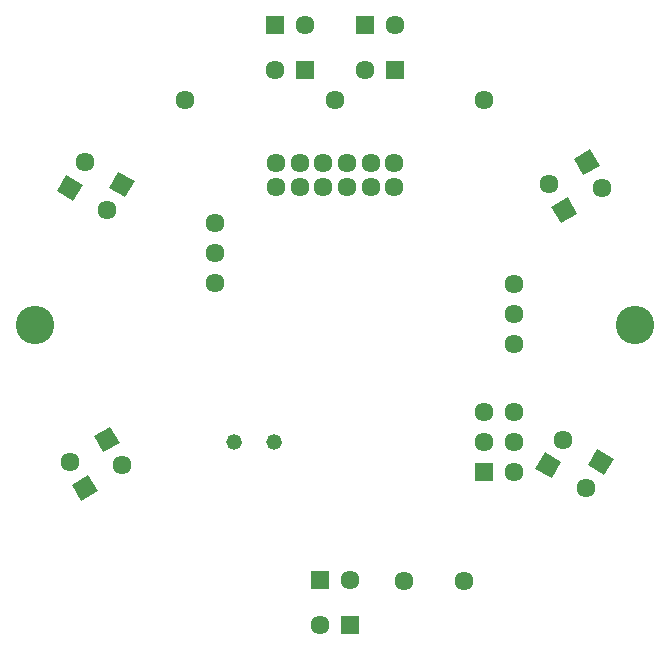
<source format=gbs>
G75*
G70*
%OFA0B0*%
%FSLAX24Y24*%
%IPPOS*%
%LPD*%
%AMOC8*
5,1,8,0,0,1.08239X$1,22.5*
%
%ADD10R,0.0635X0.0635*%
%ADD11C,0.0635*%
%ADD12C,0.0520*%
%ADD13R,0.0635X0.0635*%
%ADD14C,0.1280*%
D10*
X012930Y005780D03*
X013930Y004280D03*
X018380Y009380D03*
X015430Y022780D03*
X014430Y024280D03*
X012430Y022780D03*
X011430Y024280D03*
D11*
X012430Y024280D03*
X011430Y022780D03*
X013430Y021780D03*
X014430Y022780D03*
X015430Y024280D03*
X018380Y021780D03*
X020566Y018968D03*
X022317Y018835D03*
X019380Y015630D03*
X019380Y014630D03*
X019380Y013630D03*
X019380Y011380D03*
X018380Y011380D03*
X018380Y010380D03*
X019380Y010380D03*
X019380Y009380D03*
X021040Y010463D03*
X021780Y008847D03*
X017730Y005730D03*
X015730Y005730D03*
X013930Y005780D03*
X012930Y004280D03*
X006320Y009597D03*
X004580Y009713D03*
X009430Y015680D03*
X009430Y016680D03*
X009430Y017680D03*
X011461Y018886D03*
X011461Y019674D03*
X012249Y019674D03*
X013036Y019674D03*
X013036Y018886D03*
X012249Y018886D03*
X013824Y018886D03*
X014611Y018886D03*
X015399Y018886D03*
X015399Y019674D03*
X014611Y019674D03*
X013824Y019674D03*
X008430Y021780D03*
X005080Y019713D03*
X005820Y018097D03*
D12*
X010060Y010380D03*
X011397Y010380D03*
D13*
G36*
X005196Y009280D02*
X005513Y008731D01*
X004964Y008414D01*
X004647Y008963D01*
X005196Y009280D01*
G37*
G36*
X005704Y010030D02*
X005387Y010579D01*
X005936Y010896D01*
X006253Y010347D01*
X005704Y010030D01*
G37*
G36*
X005013Y018963D02*
X004696Y018414D01*
X004147Y018731D01*
X004464Y019280D01*
X005013Y018963D01*
G37*
G36*
X005887Y018847D02*
X006204Y019396D01*
X006753Y019079D01*
X006436Y018530D01*
X005887Y018847D01*
G37*
G36*
X020973Y009713D02*
X020656Y009164D01*
X020107Y009481D01*
X020424Y010030D01*
X020973Y009713D01*
G37*
G36*
X021847Y009597D02*
X022164Y010146D01*
X022713Y009829D01*
X022396Y009280D01*
X021847Y009597D01*
G37*
G36*
X021182Y018535D02*
X021499Y017986D01*
X020950Y017669D01*
X020633Y018218D01*
X021182Y018535D01*
G37*
G36*
X021701Y019268D02*
X021384Y019817D01*
X021933Y020134D01*
X022250Y019585D01*
X021701Y019268D01*
G37*
D14*
X023430Y014280D03*
X003430Y014280D03*
M02*

</source>
